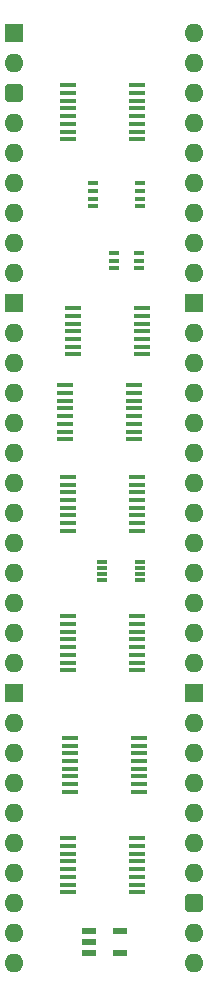
<source format=gts>
%TF.GenerationSoftware,KiCad,Pcbnew,7.0.5*%
%TF.CreationDate,2024-02-10T20:49:13+02:00*%
%TF.ProjectId,HCP65 MPU Address Decode Wide,48435036-3520-44d5-9055-204164647265,rev?*%
%TF.SameCoordinates,Original*%
%TF.FileFunction,Soldermask,Top*%
%TF.FilePolarity,Negative*%
%FSLAX46Y46*%
G04 Gerber Fmt 4.6, Leading zero omitted, Abs format (unit mm)*
G04 Created by KiCad (PCBNEW 7.0.5) date 2024-02-10 20:49:13*
%MOMM*%
%LPD*%
G01*
G04 APERTURE LIST*
G04 Aperture macros list*
%AMRoundRect*
0 Rectangle with rounded corners*
0 $1 Rounding radius*
0 $2 $3 $4 $5 $6 $7 $8 $9 X,Y pos of 4 corners*
0 Add a 4 corners polygon primitive as box body*
4,1,4,$2,$3,$4,$5,$6,$7,$8,$9,$2,$3,0*
0 Add four circle primitives for the rounded corners*
1,1,$1+$1,$2,$3*
1,1,$1+$1,$4,$5*
1,1,$1+$1,$6,$7*
1,1,$1+$1,$8,$9*
0 Add four rect primitives between the rounded corners*
20,1,$1+$1,$2,$3,$4,$5,0*
20,1,$1+$1,$4,$5,$6,$7,0*
20,1,$1+$1,$6,$7,$8,$9,0*
20,1,$1+$1,$8,$9,$2,$3,0*%
G04 Aperture macros list end*
%ADD10R,1.600000X1.600000*%
%ADD11O,1.600000X1.600000*%
%ADD12RoundRect,0.400000X-0.400000X-0.400000X0.400000X-0.400000X0.400000X0.400000X-0.400000X0.400000X0*%
%ADD13R,0.875000X0.450000*%
%ADD14R,0.850000X0.300000*%
%ADD15R,1.450000X0.450000*%
%ADD16R,1.475000X0.450000*%
%ADD17R,0.950000X0.450000*%
%ADD18R,1.150000X0.600000*%
G04 APERTURE END LIST*
D10*
%TO.C,J2*%
X86360000Y-71120000D03*
D11*
X86360000Y-73660000D03*
D12*
X86360000Y-76200000D03*
D11*
X86360000Y-78740000D03*
X86360000Y-81280000D03*
X86360000Y-83820000D03*
X86360000Y-86360000D03*
X86360000Y-88900000D03*
X86360000Y-91440000D03*
D10*
X86360000Y-93980000D03*
D11*
X86360000Y-96520000D03*
X86360000Y-99060000D03*
X86360000Y-101600000D03*
X86360000Y-104140000D03*
X86360000Y-106680000D03*
X86360000Y-109220000D03*
X86360000Y-111760000D03*
X86360000Y-114300000D03*
X86360000Y-116840000D03*
X86360000Y-119380000D03*
X86360000Y-121920000D03*
X86360000Y-124460000D03*
D10*
X86360000Y-127000000D03*
D11*
X86360000Y-129540000D03*
X86360000Y-132080000D03*
X86360000Y-134620000D03*
X86360000Y-137160000D03*
X86360000Y-139700000D03*
X86360000Y-142240000D03*
X86360000Y-144780000D03*
X86360000Y-147320000D03*
X86360000Y-149860000D03*
X101600000Y-149860000D03*
X101600000Y-147320000D03*
D12*
X101600000Y-144780000D03*
D11*
X101600000Y-142240000D03*
X101600000Y-139700000D03*
X101600000Y-137160000D03*
X101600000Y-134620000D03*
X101600000Y-132080000D03*
X101600000Y-129540000D03*
D10*
X101600000Y-127000000D03*
D11*
X101600000Y-124460000D03*
X101600000Y-121920000D03*
X101600000Y-119380000D03*
X101600000Y-116840000D03*
X101600000Y-114300000D03*
X101600000Y-111760000D03*
X101600000Y-109220000D03*
X101600000Y-106680000D03*
X101600000Y-104140000D03*
X101600000Y-101600000D03*
X101600000Y-99060000D03*
X101600000Y-96520000D03*
D10*
X101600000Y-93980000D03*
D11*
X101600000Y-91440000D03*
X101600000Y-88900000D03*
X101600000Y-86360000D03*
X101600000Y-83820000D03*
X101600000Y-81280000D03*
X101600000Y-78740000D03*
X101600000Y-76200000D03*
X101600000Y-73660000D03*
X101600000Y-71120000D03*
%TD*%
D13*
%TO.C,IC34*%
X94823000Y-89774000D03*
X94823000Y-90424000D03*
X94823000Y-91074000D03*
X96947000Y-91074000D03*
X96947000Y-90424000D03*
X96947000Y-89774000D03*
%TD*%
D14*
%TO.C,IC1*%
X93802000Y-115963000D03*
X93802000Y-116463000D03*
X93802000Y-116963000D03*
X93802000Y-117463000D03*
X96952000Y-117463000D03*
X96952000Y-116963000D03*
X96952000Y-116463000D03*
X96952000Y-115963000D03*
%TD*%
D15*
%TO.C,IC11*%
X90674000Y-100976000D03*
X90674000Y-101626000D03*
X90674000Y-102276000D03*
X90674000Y-102926000D03*
X90674000Y-103576000D03*
X90674000Y-104226000D03*
X90674000Y-104876000D03*
X90674000Y-105526000D03*
X96524000Y-105526000D03*
X96524000Y-104876000D03*
X96524000Y-104226000D03*
X96524000Y-103576000D03*
X96524000Y-102926000D03*
X96524000Y-102276000D03*
X96524000Y-101626000D03*
X96524000Y-100976000D03*
%TD*%
%TO.C,IC39*%
X96778000Y-143880000D03*
X96778000Y-143230000D03*
X96778000Y-142580000D03*
X96778000Y-141930000D03*
X96778000Y-141280000D03*
X96778000Y-140630000D03*
X96778000Y-139980000D03*
X96778000Y-139330000D03*
X90928000Y-139330000D03*
X90928000Y-139980000D03*
X90928000Y-140630000D03*
X90928000Y-141280000D03*
X90928000Y-141930000D03*
X90928000Y-142580000D03*
X90928000Y-143230000D03*
X90928000Y-143880000D03*
%TD*%
%TO.C,IC38*%
X91055000Y-130821000D03*
X91055000Y-131471000D03*
X91055000Y-132121000D03*
X91055000Y-132771000D03*
X91055000Y-133421000D03*
X91055000Y-134071000D03*
X91055000Y-134721000D03*
X91055000Y-135371000D03*
X96905000Y-135371000D03*
X96905000Y-134721000D03*
X96905000Y-134071000D03*
X96905000Y-133421000D03*
X96905000Y-132771000D03*
X96905000Y-132121000D03*
X96905000Y-131471000D03*
X96905000Y-130821000D03*
%TD*%
%TO.C,IC16*%
X90928000Y-75576000D03*
X90928000Y-76226000D03*
X90928000Y-76876000D03*
X90928000Y-77526000D03*
X90928000Y-78176000D03*
X90928000Y-78826000D03*
X90928000Y-79476000D03*
X90928000Y-80126000D03*
X96778000Y-80126000D03*
X96778000Y-79476000D03*
X96778000Y-78826000D03*
X96778000Y-78176000D03*
X96778000Y-77526000D03*
X96778000Y-76876000D03*
X96778000Y-76226000D03*
X96778000Y-75576000D03*
%TD*%
%TO.C,IC33*%
X90928000Y-120534000D03*
X90928000Y-121184000D03*
X90928000Y-121834000D03*
X90928000Y-122484000D03*
X90928000Y-123134000D03*
X90928000Y-123784000D03*
X90928000Y-124434000D03*
X90928000Y-125084000D03*
X96778000Y-125084000D03*
X96778000Y-124434000D03*
X96778000Y-123784000D03*
X96778000Y-123134000D03*
X96778000Y-122484000D03*
X96778000Y-121834000D03*
X96778000Y-121184000D03*
X96778000Y-120534000D03*
%TD*%
D16*
%TO.C,IC40*%
X91296000Y-94443000D03*
X91296000Y-95093000D03*
X91296000Y-95743000D03*
X91296000Y-96393000D03*
X91296000Y-97043000D03*
X91296000Y-97693000D03*
X91296000Y-98343000D03*
X97172000Y-98343000D03*
X97172000Y-97693000D03*
X97172000Y-97043000D03*
X97172000Y-96393000D03*
X97172000Y-95743000D03*
X97172000Y-95093000D03*
X97172000Y-94443000D03*
%TD*%
D17*
%TO.C,IC37*%
X93021000Y-83861000D03*
X93021000Y-84511000D03*
X93021000Y-85161000D03*
X93021000Y-85811000D03*
X96971000Y-85811000D03*
X96971000Y-85161000D03*
X96971000Y-84511000D03*
X96971000Y-83861000D03*
%TD*%
D15*
%TO.C,IC32*%
X90928000Y-108723000D03*
X90928000Y-109373000D03*
X90928000Y-110023000D03*
X90928000Y-110673000D03*
X90928000Y-111323000D03*
X90928000Y-111973000D03*
X90928000Y-112623000D03*
X90928000Y-113273000D03*
X96778000Y-113273000D03*
X96778000Y-112623000D03*
X96778000Y-111973000D03*
X96778000Y-111323000D03*
X96778000Y-110673000D03*
X96778000Y-110023000D03*
X96778000Y-109373000D03*
X96778000Y-108723000D03*
%TD*%
D18*
%TO.C,IC42*%
X92680000Y-147132000D03*
X92680000Y-148082000D03*
X92680000Y-149032000D03*
X95280000Y-149032000D03*
X95280000Y-147132000D03*
%TD*%
M02*

</source>
